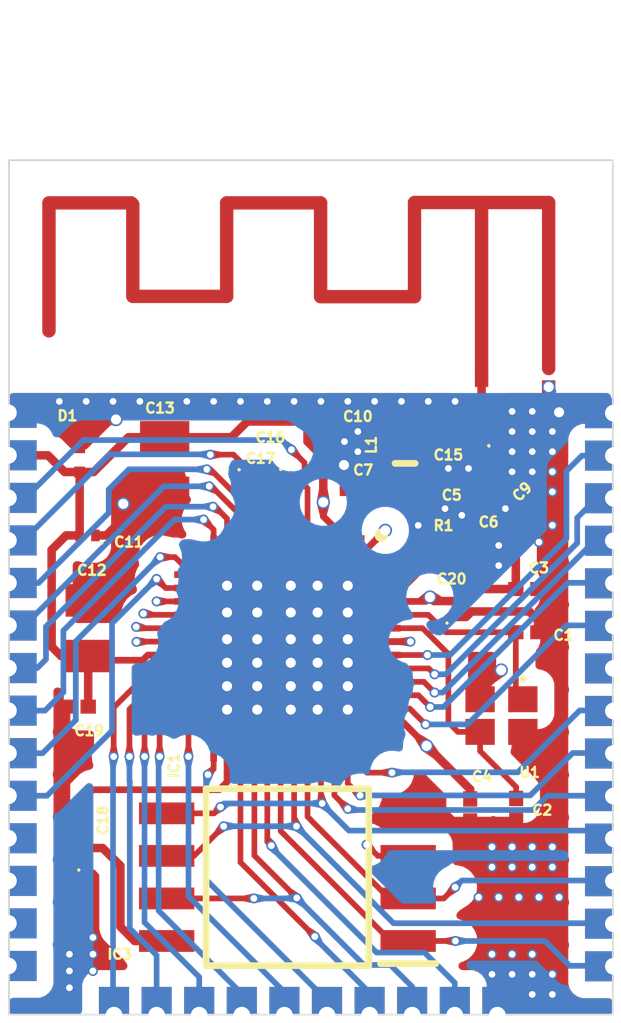
<source format=kicad_pcb>
(kicad_pcb (version 20240108) (generator "pcbnew") (generator_version "8.0")
  (layers (0 "F.Cu" signal) (1 "In1.Cu" power) (2 "In2.Cu" power) (31 "B.Cu" signal) (34 "B.Paste" user) (35 "F.Paste" user) (36 "B.SilkS" user "B.Silkscreen") (37 "F.SilkS" user "F.Silkscreen") (38 "B.Mask" user) (39 "F.Mask" user) (44 "Edge.Cuts" user))
  (net 0 "")
  (net 1 "Net-(IC1-XTAL_P)")
  (net 2 "GND")
  (net 3 "Net-(IC1-XTAL_N)")
  (net 4 "VDD33")
  (net 5 "VDD_SDIO")
  (net 6 "Net-(IC1-CAP1)")
  (net 7 "Net-(IC1-CAP2)")
  (net 8 "/SENSOR_VP")
  (net 9 "/RF")
  (net 10 "Net-(IC1-LNA_IN)")
  (net 11 "/SENSOR_VN")
  (net 12 "/SDO{slash}SD0")
  (net 13 "/SWP{slash}SD3")
  (net 14 "/SCS{slash}CMD")
  (net 15 "/SCK{slash}CLK")
  (net 16 "/SHD{slash}SD2")
  (net 17 "/SDI{slash}SD1")
  (net 18 "Net-(IC1-SENSOR_CAPP)")
  (net 19 "Net-(IC1-SENSOR_CAPN)")
  (net 20 "/U0RXD")
  (net 21 "/GPIO25")
  (net 22 "/GPIO33")
  (net 23 "/GPIO2")
  (net 24 "/GPIO13")
  (net 25 "/GPIO12")
  (net 26 "/GPIO35")
  (net 27 "/GPIO22")
  (net 28 "/GPIO21")
  (net 29 "/GPIO15")
  (net 30 "/GPIO18")
  (net 31 "/GPIO19")
  (net 32 "/GPIO14")
  (net 33 "/GPIO32")
  (net 34 "/GPIO27")
  (net 35 "/GPIO17")
  (net 36 "/GPIO23")
  (net 37 "/GPIO5")
  (net 38 "/GPIO0")
  (net 39 "/GPIO26")
  (net 40 "/GPIO34")
  (net 41 "/GPIO16")
  (net 42 "/U0TXD")
  (net 43 "/GPIO04")
  (net 44 "/CHIP_PU")
  (footprint "global footprint library:GRM033C81E104KE14D" (layer "F.Cu") (at 115.53 87.11)
    (property "Reference" "C19")
    (property "Value" "0.1uf" (hide yes))
  )
  (footprint "global footprint library:cas_hol_esp32_1" (layer "F.Cu") (at 113.48 78.34)
    (property "Reference" "a1" (hide yes))
    (property "Value" "~" (hide yes))
  )
  (footprint "global footprint library:GRM033R71E271KA01D" (layer "F.Cu") (at 120.833 80.27)
    (property "Reference" "C17")
    (property "Value" "270 pf" (hide yes))
  )
  (footprint "global footprint library:cas_hol_esp32_2" (layer "F.Cu") (at 121.71 95.05)
    (property "Reference" "a2" (hide yes))
    (property "Value" "~" (hide yes))
  )
  (footprint "global footprint library:cas_hol_esp32_3" (layer "F.Cu") (at 131.52 95.6 180)
    (property "Reference" "a3" (hide yes))
    (property "Value" "~" (hide yes))
  )
  (footprint "global footprint library:GRM033R60J105MEA2D" (layer "F.Cu") (at 115.81 91.567 90)
    (property "Reference" "C18")
    (property "Value" "1uf" (hide yes))
  )
  (footprint "global footprint library:ERJ-XGNJ203Y" (layer "F.Cu") (at 126.38 82.464 -90)
    (property "Reference" "R1")
    (property "Value" "20K" (hide yes))
  )
  (footprint "global footprint library:ESP32_ANT" (layer "F.Cu") (at 122.69 66.27)
    (property "Reference" "AE1" (hide yes))
    (property "Value" "ESP32_ANT" (hide yes))
  )
  (footprint "global footprint library:GRM022R60J332KE19L" (layer "F.Cu") (at 127.4 82.45 -90)
    (property "Reference" "C6")
    (property "Value" "3.3nf" (hide yes))
  )
  (footprint "global footprint library:GRM0335C1H101JA01D" (layer "F.Cu") (at 128.94 83.6 180)
    (property "Reference" "C3")
    (property "Value" "100PF" (hide yes))
  )
  (footprint "global footprint library:GRM033C81E104KE14D" (layer "F.Cu") (at 127.25 90.195 -90)
    (property "Reference" "C4")
    (property "Value" "0.1uf" (hide yes))
  )
  (footprint "global footprint library:GRM033R60J105MEA2D" (layer "F.Cu") (at 115.837 82 180)
    (property "Reference" "C11")
    (property "Value" "1uf" (hide yes))
  )
  (footprint "global footprint library:GRM033C81E104KE14D" (layer "F.Cu") (at 122.73 78.6 180)
    (property "Reference" "C10")
    (property "Value" "0.1uf" (hide yes))
  )
  (footprint "global footprint library:GRM21BR61E106KA73L" (layer "F.Cu") (at 115.92 84.77 -90)
    (property "Reference" "C12")
    (property "Value" "10uf" (hide yes))
  )
  (footprint "global footprint library:GRM0335C1H2R4BA01D" (layer "F.Cu") (at 127.363 79.04 180)
    (property "Reference" "C15")
    (property "Value" "2.4 pf" (hide yes))
  )
  (footprint "global footprint library:GRM0335C1H220JA01D" (layer "F.Cu") (at 128.62 90.18 -90)
    (property "Reference" "C2")
    (property "Value" "22PF" (hide yes))
  )
  (footprint "global footprint library:ESD3.3V88D-C" (layer "F.Cu") (at 115.605 79.3825 -90)
    (property "Reference" "D1")
    (property "Value" "~" (hide yes))
  )
  (footprint "global footprint library:GRM033R71E271KA01D" (layer "F.Cu") (at 122.073 80.26)
    (property "Reference" "C16")
    (property "Value" "270 pf" (hide yes))
  )
  (footprint "global footprint library:ABM11W-40.0000MHZ-4-B1U-T3" (layer "F.Cu") (at 128.182 87.377 180)
    (property "Reference" "U1")
    (property "Value" "40MHZ" (hide yes))
  )
  (footprint "global footprint library:AIMC-0603-2N7S-T" (layer "F.Cu") (at 125.31 79.85 -90)
    (property "Reference" "L1")
    (property "Value" "2.7nH" (hide yes))
  )
  (footprint "global footprint library:W25Q32JVSSIQ_TR" (layer "F.Cu") (at 121.8 92.2 180)
    (property "Reference" "IC3")
    (property "Value" "FLASH" (hide yes))
  )
  (footprint "global footprint library:GRM0335C1H220JA01D" (layer "F.Cu") (at 128.94 84.89 180)
    (property "Reference" "C1")
    (property "Value" "22PF" (hide yes))
  )
  (footprint "global footprint library:GRM033R60J105MEA2D" (layer "F.Cu") (at 126.79 84.197 90)
    (property "Reference" "C20")
    (property "Value" "1uf" (hide yes))
  )
  (footprint "global footprint library:MSASJ021SB5103KWNA01" (layer "F.Cu") (at 127.64 80.69)
    (property "Reference" "C5")
    (property "Value" "10nf" (hide yes))
  )
  (footprint "global footprint library:ESP32-D0WDQ6" (layer "F.Cu") (at 121.8 85.37 -90)
    (property "Reference" "IC1")
    (property "Value" "ESP32-D0WDQ6" (hide yes))
  )
  (footprint "global footprint library:GRM0335C1H3R9BA01D" (layer "F.Cu") (at 123.723 80.65)
    (property "Reference" "C7")
    (property "Value" "3.9 pf" (hide yes))
  )
  (footprint "global footprint library:GRM21BR61E106KA73L" (layer "F.Cu") (at 118.14 79.9 90)
    (property "Reference" "C13")
    (property "Value" "10uf" (hide yes))
  )
  (footprint "global footprint library:GRM033C81E104KE14D" (layer "F.Cu") (at 128.826655 81.563345 -135)
    (property "Reference" "C9")
    (property "Value" "0.1uf" (hide yes))
  )
  (gr_rect (start 113.5 70.8) (end 131.5 96.3) (stroke (width 0.05)) (fill none) (layer "Edge.Cuts"))
  (segment (start 124.75 84.37) (end 126 84.37) (width 0.17) (layer "F.Cu") (net 1))
  (segment (start 128.61 86.68) (end 128.82 86.89) (width 0.17) (layer "F.Cu") (net 1))
  (segment (start 128.61 84.89) (end 128.61 86.68) (width 0.17) (layer "F.Cu") (net 1))
  (segment (start 126.52 84.89) (end 128.61 84.89) (width 0.17) (layer "F.Cu") (net 1))
  (segment (start 126 84.37) (end 126.52 84.89) (width 0.17) (layer "F.Cu") (net 1))
  (segment (start 129.27 84.53) (end 129.27 84.89) (width 0.254) (layer "F.Cu") (net 2))
  (segment (start 123.486 79.9) (end 123.486 80.65) (width 0.254) (layer "F.Cu") (net 2))
  (segment (start 126.79 84.434) (end 127.128 84.434) (width 0.254) (layer "F.Cu") (net 2))
  (segment (start 115.33 91.804) (end 115.2 91.674) (width 0.254) (layer "F.Cu") (net 2))
  (segment (start 116.907053 81.057053) (end 116.907053 81.492947) (width 0.254) (layer "F.Cu") (net 2))
  (segment (start 115.605 78.825) (end 115.605 79.3825) (width 0.254) (layer "F.Cu") (net 2))
  (segment (start 115.81 91.804) (end 115.33 91.804) (width 0.254) (layer "F.Cu") (net 2))
  (segment (start 125.405 90.3) (end 125.4 90.295) (width 0.254) (layer "F.Cu") (net 2))
  (segment (start 127.545 86.650183) (end 127.545 86.89) (width 0.254) (layer "F.Cu") (net 2))
  (segment (start 127.25 90.525) (end 128.605 90.525) (width 0.254) (layer "F.Cu") (net 2))
  (segment (start 128.605 90.525) (end 128.62 90.51) (width 0.254) (layer "F.Cu") (net 2))
  (segment (start 127.882 80.69) (end 127.882 79.322) (width 0.254) (layer "F.Cu") (net 2))
  (segment (start 116.907053 81.492947) (end 116.4 82) (width 0.254) (layer "F.Cu") (net 2))
  (segment (start 128.175001 86.020182) (end 127.545 86.650183) (width 0.254) (layer "F.Cu") (net 2))
  (segment (start 115.2 91.674) (end 115.2 87.11) (width 0.254) (layer "F.Cu") (net 2))
  (segment (start 126.5 90.3) (end 125.405 90.3) (width 0.254) (layer "F.Cu") (net 2))
  (segment (start 126.725 90.525) (end 126.5 90.3) (width 0.254) (layer "F.Cu") (net 2))
  (segment (start 127.25 90.525) (end 126.725 90.525) (width 0.254) (layer "F.Cu") (net 2))
  (segment (start 116.69 78.54) (end 115.89 78.54) (width 0.254) (layer "F.Cu") (net 2))
  (segment (start 115.89 78.54) (end 115.605 78.825) (width 0.254) (layer "F.Cu") (net 2))
  (segment (start 127.882 79.322) (end 127.6 79.04) (width 0.254) (layer "F.Cu") (net 2))
  (segment (start 129.01 84.27) (end 129.27 84.53) (width 0.254) (layer "F.Cu") (net 2))
  (segment (start 123.486 80.65) (end 123.48 80.644) (width 0.254) (layer "F.Cu") (net 2))
  (segment (start 127.128 84.434) (end 127.292 84.27) (width 0.254) (layer "F.Cu") (net 2))
  (segment (start 127.292 84.27) (end 129.01 84.27) (width 0.254) (layer "F.Cu") (net 2))
  (segment (start 116.4 82) (end 116.074 82) (width 0.254) (layer "F.Cu") (net 2))
  (via (at 129.1 78.3) (size 0.3) (drill 0.2) (layers "F.Cu" "B.Cu") (net 2))
  (via (at 120.9 84.3) (size 0.4) (drill 0.3) (layers "F.Cu" "B.Cu") (net 2))
  (via (at 118.8 78) (size 0.3) (drill 0.2) (layers "F.Cu" "B.Cu") (net 2))
  (via (at 124.4 78) (size 0.3) (drill 0.2) (layers "F.Cu" "B.Cu") (net 2))
  (via (at 129.7 95.7) (size 0.3) (drill 0.2) (layers "F.Cu" "B.Cu") (net 2))
  (via (at 129.1 91.9) (size 0.3) (drill 0.2) (layers "F.Cu" "B.Cu") (net 2))
  (via (at 128.7 92.8) (size 0.3) (drill 0.2) (layers "F.Cu" "B.Cu") (net 2))
  (via (at 123.6 85.1) (size 0.4) (drill 0.3) (layers "F.Cu" "B.Cu") (net 2))
  (via (at 128.1 82.3) (size 0.3) (drill 0.2) (layers "F.Cu" "B.Cu") (net 2))
  (via (at 129.7 80.7) (size 0.3) (drill 0.2) (layers "F.Cu" "B.Cu") (net 2))
  (via (at 116 94) (size 0.3) (drill 0.2) (layers "F.Cu" "B.Cu") (net 2))
  (via (at 120 83.5) (size 0.4) (drill 0.3) (layers "F.Cu" "B.Cu") (net 2))
  (via (at 126.8 78) (size 0.3) (drill 0.2) (layers "F.Cu" "B.Cu") (net 2))
  (via (at 129.3 82.2) (size 0.3) (drill 0.2) (layers "F.Cu" "B.Cu") (net 2))
  (via (at 121.9 85.1) (size 0.4) (drill 0.3) (layers "F.Cu" "B.Cu") (net 2))
  (via (at 129.9 78.325) (size 0.4) (drill 0.3) (layers "F.Cu" "B.Cu") (net 2))
  (via (at 128.5 94.5) (size 0.3) (drill 0.2) (layers "F.Cu" "B.Cu") (net 2))
  (via (at 128.5 91.9) (size 0.3) (drill 0.2) (layers "F.Cu" "B.Cu") (net 2))
  (via (at 121.9 83.5) (size 0.4) (drill 0.3) (layers "F.Cu" "B.Cu") (net 2))
  (via (at 126.6 80) (size 0.3) (drill 0.2) (layers "F.Cu" "B.Cu") (net 2))
  (via (at 122 78) (size 0.3) (drill 0.2) (layers "F.Cu" "B.Cu") (net 2))
  (via (at 116.907053 81.057053) (size 0.4) (drill 0.3) (layers "F.Cu" "B.Cu") (net 2))
  (via (at 123.486 79.9) (size 0.4) (drill 0.3) (layers "F.Cu" "B.Cu") (net 2))
  (via (at 129.1 79.5) (size 0.3) (drill 0.2) (layers "F.Cu" "B.Cu") (net 2))
  (via (at 123.6 83.5) (size 0.4) (drill 0.3) (layers "F.Cu" "B.Cu") (net 2))
  (via (at 121.9 85.8) (size 0.4) (drill 0.3) (layers "F.Cu" "B.Cu") (net 2))
  (via (at 125.7 81.7) (size 0.3) (drill 0.2) (layers "F.Cu" "B.Cu") (net 2))
  (via (at 122.7 87.2) (size 0.4) (drill 0.3) (layers "F.Cu" "B.Cu") (net 2))
  (via (at 122.7 83.5) (size 0.4) (drill 0.3) (layers "F.Cu" "B.Cu") (net 2))
  (via (at 129.7 80.1) (size 0.3) (drill 0.2) (layers "F.Cu" "B.Cu") (net 2))
  (via (at 128.5 91.3) (size 0.3) (drill 0.2) (layers "F.Cu" "B.Cu") (net 2))
  (via (at 120.9 87.2) (size 0.4) (drill 0.3) (layers "F.Cu" "B.Cu") (net 2))
  (via (at 128.5 78.9) (size 0.3) (drill 0.2) (layers "F.Cu" "B.Cu") (net 2))
  (via (at 127.5 92.8) (size 0.3) (drill 0.2) (layers "F.Cu" "B.Cu") (net 2))
  (via (at 122.7 85.8) (size 0.4) (drill 0.3) (layers "F.Cu" "B.Cu") (net 2))
  (via (at 128.5 79.5) (size 0.3) (drill 0.2) (layers "F.Cu" "B.Cu") (net 2))
  (via (at 122.8 78) (size 0.3) (drill 0.2) (layers "F.Cu" "B.Cu") (net 2))
  (via (at 123.6 84.3) (size 0.4) (drill 0.3) (layers "F.Cu" "B.Cu") (net 2))
  (via (at 126.5 81.2) (size 0.3) (drill 0.2) (layers "F.Cu" "B.Cu") (net 2))
  (via (at 127.9 91.9) (size 0.3) (drill 0.2) (layers "F.Cu" "B.Cu") (net 2))
  (via (at 129.1 78.9) (size 0.3) (drill 0.2) (layers "F.Cu" "B.Cu") (net 2))
  (via (at 122.7 85.1) (size 0.4) (drill 0.3) (layers "F.Cu" "B.Cu") (net 2))
  (via (at 127 81.4) (size 0.3) (drill 0.2) (layers "F.Cu" "B.Cu") (net 2))
  (via (at 120 85.1) (size 0.4) (drill 0.3) (layers "F.Cu" "B.Cu") (net 2))
  (via (at 123.9 79.5) (size 0.3) (drill 0.2) (layers "F.Cu" "B.Cu") (net 2))
  (via (at 120.9 83.5) (size 0.4) (drill 0.3) (layers "F.Cu" "B.Cu") (net 2))
  (via (at 126 78) (size 0.3) (drill 0.2) (layers "F.Cu" "B.Cu") (net 2))
  (via (at 129.1 80.1) (size 0.3) (drill 0.2) (layers "F.Cu" "B.Cu") (net 2))
  (via (at 128.5 80.1) (size 0.3) (drill 0.2) (layers "F.Cu" "B.Cu") (net 2))
  (via (at 121.9 87.2) (size 0.4) (drill 0.3) (layers "F.Cu" "B.Cu") (net 2))
  (via (at 115.3 95.5) (size 0.3) (drill 0.2) (layers "F.Cu" "B.Cu") (net 2))
  (via (at 129.7 79.5) (size 0.3) (drill 0.2) (layers "F.Cu" "B.Cu") (net 2))
  (via (at 123.6 85.8) (size 0.4) (drill 0.3) (layers "F.Cu" "B.Cu") (net 2))
  (via (at 127.9 91.3) (size 0.3) (drill 0.2) (layers "F.Cu" "B.Cu") (net 2))
  (via (at 120.9 86.5) (size 0.4) (drill 0.3) (layers "F.Cu" "B.Cu") (net 2))
  (via (at 128.5 78.3) (size 0.3) (drill 0.2) (layers "F.Cu" "B.Cu") (net 2))
  (via (at 129.7 81.7) (size 0.3) (drill 0.2) (layers "F.Cu" "B.Cu") (net 2))
  (via (at 115.8 78) (size 0.3) (drill 0.2) (layers "F.Cu" "B.Cu") (net 2))
  (via (at 119.6 78) (size 0.3) (drill 0.2) (layers "F.Cu" "B.Cu") (net 2))
  (via (at 125.2 78) (size 0.3) (drill 0.2) (layers "F.Cu" "B.Cu") (net 2))
  (via (at 129.9 92.8) (size 0.3) (drill 0.2) (layers "F.Cu" "B.Cu") (net 2))
  (via (at 129.3 92.8) (size 0.3) (drill 0.2) (layers "F.Cu" "B.Cu") (net 2))
  (via (at 116 94.5) (size 0.3) (drill 0.2) (layers "F.Cu" "B.Cu") (net 2))
  (via (at 116 95) (size 0.3) (drill 0.2) (layers "F.Cu" "B.Cu") (net 2))
  (via (at 120 85.8) (size 0.4) (drill 0.3) (layers "F.Cu" "B.Cu") (net 2))
  (via (at 122.7 84.3) (size 0.4) (drill 0.3) (layers "F.Cu" "B.Cu") (net 2))
  (via (at 122.7 86.5) (size 0.4) (drill 0.3) (layers "F.Cu" "B.Cu") (net 2))
  (via (at 128.175001 86.020182) (size 0.4) (drill 0.3) (layers "F.Cu" "B.Cu") (net 2))
  (via (at 128.1 92.8) (size 0.3) (drill 0.2) (layers "F.Cu" "B.Cu") (net 2))
  (via (at 127.2 80) (size 0.3) (drill 0.2) (layers "F.Cu" "B.Cu") (net 2))
  (via (at 121.2 78) (size 0.3) (drill 0.2) (layers "F.Cu" "B.Cu") (net 2))
  (via (at 123.5 79.2) (size 0.3) (drill 0.2) (layers "F.Cu" "B.Cu") (net 2))
  (via (at 127.9 95.1) (size 0.3) (drill 0.2) (layers "F.Cu" "B.Cu") (net 2))
  (via (at 127.9 94.5) (size 0.3) (drill 0.2) (layers "F.Cu" "B.Cu") (net 2))
  (via (at 123.9 78.9) (size 0.3) (drill 0.2) (layers "F.Cu" "B.Cu") (net 2))
  (via (at 123.6 86.5) (size 0.4) (drill 0.3) (layers "F.Cu" "B.Cu") (net 2))
  (via (at 123.6 78) (size 0.3) (drill 0.2) (layers "F.Cu" "B.Cu") (net 2))
  (via (at 116.69 78.54) (size 0.4) (drill 0.3) (layers "F.Cu" "B.Cu") (net 2))
  (via (at 129.1 95.7) (size 0.3) (drill 0.2) (layers "F.Cu" "B.Cu") (net 2))
  (via (at 116.6 78) (size 0.3) (drill 0.2) (layers "F.Cu" "B.Cu") (net 2))
  (via (at 128.5 95.1) (size 0.3) (drill 0.2) (layers "F.Cu" "B.Cu") (net 2))
  (via (at 123.6 87.2) (size 0.4) (drill 0.3) (layers "F.Cu" "B.Cu") (net 2))
  (via (at 121.9 86.5) (size 0.4) (drill 0.3) (layers "F.Cu" "B.Cu") (net 2))
  (via (at 129.7 91.9) (size 0.3) (drill 0.2) (layers "F.Cu" "B.Cu") (net 2))
  (via (at 117.4 78) (size 0.3) (drill 0.2) (layers "F.Cu" "B.Cu") (net 2))
  (via (at 129.59 77.57) (size 0.4) (drill 0.3) (layers "F.Cu" "B.Cu") (net 2))
  (via (at 115.3 95) (size 0.3) (drill 0.2) (layers "F.Cu" "B.Cu") (net 2))
  (via (at 120.9 85.1) (size 0.4) (drill 0.3) (layers "F.Cu" "B.Cu") (net 2))
  (via (at 120 86.5) (size 0.4) (drill 0.3) (layers "F.Cu" "B.Cu") (net 2))
  (via (at 128.3 81.2) (size 0.3) (drill 0.2) (layers "F.Cu" "B.Cu") (net 2))
  (via (at 121.9 84.3) (size 0.4) (drill 0.3) (layers "F.Cu" "B.Cu") (net 2))
  (via (at 115.3 94.5) (size 0.3) (drill 0.2) (layers "F.Cu" "B.Cu") (net 2))
  (via (at 120.9 85.8) (size 0.4) (drill 0.3) (layers "F.Cu" "B.Cu") (net 2))
  (via (at 128.1 82.9) (size 0.3) (drill 0.2) (layers "F.Cu" "B.Cu") (net 2))
  (via (at 129.1 95.1) (size 0.3) (drill 0.2) (layers "F.Cu" "B.Cu") (net 2))
  (via (at 129.7 91.3) (size 0.3) (drill 0.2) (layers "F.Cu" "B.Cu") (net 2))
  (via (at 120 87.2) (size 0.4) (drill 0.3) (layers "F.Cu" "B.Cu") (net 2))
  (via (at 129.1 91.3) (size 0.3) (drill 0.2) (layers "F.Cu" "B.Cu") (net 2))
  (via (at 120.4 78) (size 0.3) (drill 0.2) (layers "F.Cu" "B.Cu") (net 2))
  (via (at 115 78) (size 0.3) (drill 0.2) (layers "F.Cu" "B.Cu") (net 2))
  (via (at 129.7 95.1) (size 0.3) (drill 0.2) (layers "F.Cu" "B.Cu") (net 2))
  (via (at 129.1 94.5) (size 0.3) (drill 0.2) (layers "F.Cu" "B.Cu") (net 2))
  (via (at 129.7 78.9) (size 0.3) (drill 0.2) (layers "F.Cu" "B.Cu") (net 2))
  (via (at 120 84.3) (size 0.4) (drill 0.3) (layers "F.Cu" "B.Cu") (net 2))
  (segment (start 129.715 77.695) (end 129.59 77.57) (width 0.2032) (layer "B.Cu") (net 2))
  (segment (start 126.6 87.58) (end 126.884 87.864) (width 0.17) (layer "F.Cu") (net 3))
  (segment (start 128.62 89.85) (end 128.62 89.51) (width 0.17) (layer "F.Cu") (net 3))
  (segment (start 126.6 85.54) (end 126.6 87.58) (width 0.17) (layer "F.Cu") (net 3))
  (segment (start 125.83 84.77) (end 126.6 85.54) (width 0.17) (layer "F.Cu") (net 3))
  (segment (start 128.62 89.51) (end 127.545 88.435) (width 0.17) (layer "F.Cu") (net 3))
  (segment (start 126.884 87.864) (end 127.545 87.864) (width 0.17) (layer "F.Cu") (net 3))
  (segment (start 127.545 88.435) (end 127.545 87.864) (width 0.17) (layer "F.Cu") (net 3))
  (segment (start 124.75 84.77) (end 125.83 84.77) (width 0.17) (layer "F.Cu") (net 3))
  (segment (start 128.61 83.6) (end 128.61 81.81338) (width 0.254) (layer "F.Cu") (net 4))
  (segment (start 120.6 78.6) (end 122.4 78.6) (width 0.254) (layer "F.Cu") (net 4))
  (segment (start 115.92 85.6) (end 116.045374 85.725374) (width 0.2) (layer "F.Cu") (net 4))
  (segment (start 126.78 83.97) (end 126.79 83.96) (width 0.2) (layer "F.Cu") (net 4))
  (segment (start 115.86 85.66) (end 115.92 85.6) (width 0.254) (layer "F.Cu") (net 4))
  (segment (start 118.85 85.57) (end 118.835 85.585) (width 0.17) (layer "F.Cu") (net 4))
  (segment (start 127.15 83.6) (end 128.61 83.6) (width 0.254) (layer "F.Cu") (net 4))
  (segment (start 120.13 79.07) (end 120.6 78.6) (width 0.254) (layer "F.Cu") (net 4))
  (segment (start 115.92 85.6) (end 115.05 85.6) (width 0.254) (layer "F.Cu") (net 4))
  (segment (start 115.605 80.1075) (end 116.0215 80.1075) (width 0.254) (layer "F.Cu") (net 4))
  (segment (start 128.61 81.81338) (end 128.59331 81.79669) (width 0.254) (layer "F.Cu") (net 4))
  (segment (start 123.2 82.42) (end 123.2 81.76) (width 0.2) (layer "F.Cu") (net 4))
  (segment (start 122.87 81.43) (end 122.87 81.01) (width 0.2) (layer "F.Cu") (net 4))
  (segment (start 116.045374 85.725374) (end 117.485374 85.725374) (width 0.2) (layer "F.Cu") (net 4))
  (segment (start 126.17 83.96) (end 126.05 83.84) (width 0.2) (layer "F.Cu") (net 4))
  (segment (start 125.92 83.97) (end 126.05 83.84) (width 0.2) (layer "F.Cu") (net 4))
  (segment (start 126.79 83.96) (end 127.15 83.6) (width 0.254) (layer "F.Cu") (net 4))
  (segment (start 124.75 85.17) (end 125.47 85.17) (width 0.2032) (layer "F.Cu") (net 4))
  (segment (start 122.4 78.6) (end 122.4 79.2) (width 0.254) (layer "F.Cu") (net 4))
  (segment (start 114.77 85.32) (end 114.77 82.43) (width 0.254) (layer "F.Cu") (net 4))
  (segment (start 118.14 79.07) (end 120.13 79.07) (width 0.254) (layer "F.Cu") (net 4))
  (segment (start 127.25 89.58) (end 125.95 88.28) (width 0.254) (layer "F.Cu") (net 4))
  (segment (start 115.86 87.11) (end 115.86 85.66) (width 0.254) (layer "F.Cu") (net 4))
  (segment (start 117.640748 85.57) (end 118.85 85.57) (width 0.2) (layer "F.Cu") (net 4))
  (segment (start 114.66 79.61) (end 113.47 79.61) (width 0.254) (layer "F.Cu") (net 4))
  (segment (start 115.605 81.995) (end 115.605 80.1075) (width 0.254) (layer "F.Cu") (net 4))
  (segment (start 114.77 82.43) (end 115.2 82) (width 0.254) (layer "F.Cu") (net 4))
  (segment (start 117.059 79.07) (end 118.14 79.07) (width 0.254) (layer "F.Cu") (net 4))
  (segment (start 116.0215 80.1075) (end 117.059 79.07) (width 0.254) (layer "F.Cu") (net 4))
  (segment (start 125.24 87.57) (end 125.95 88.28) (width 0.2032) (layer "F.Cu") (net 4))
  (segment (start 123.2 81.76) (end 122.87 81.43) (width 0.2) (layer "F.Cu") (net 4))
  (segment (start 127.25 89.865) (end 127.25 89.58) (width 0.254) (layer "F.Cu") (net 4))
  (segment (start 116 85.68) (end 115.92 85.6) (width 0.254) (layer "F.Cu") (net 4))
  (segment (start 115.1575 80.1075) (end 114.66 79.61) (width 0.254) (layer "F.Cu") (net 4))
  (segment (start 115.95 85.57) (end 115.92 85.6) (width 0.2) (layer "F.Cu") (net 4))
  (segment (start 115.6 82) (end 115.605 81.995) (width 0.254) (layer "F.Cu") (net 4))
  (segment (start 124.75 83.97) (end 125.92 83.97) (width 0.2) (layer "F.Cu") (net 4))
  (segment (start 126.79 83.96) (end 126.17 83.96) (width 0.254) (layer "F.Cu") (net 4))
  (segment (start 115.2 82) (end 115.6 82) (width 0.254) (layer "F.Cu") (net 4))
  (segment (start 123.2 82.42) (end 122.8 82.42) (width 0.2) (layer "F.Cu") (net 4))
  (segment (start 115.05 85.6) (end 114.77 85.32) (width 0.254) (layer "F.Cu") (net 4))
  (segment (start 124.75 87.57) (end 125.24 87.57) (width 0.2032) (layer "F.Cu") (net 4))
  (segment (start 122.87 79.67) (end 122.87 81.01) (width 0.254) (layer "F.Cu") (net 4))
  (segment (start 124.72 81.85) (end 124.15 82.42) (width 0.2032) (layer "F.Cu") (net 4))
  (segment (start 124.15 82.42) (end 124 82.42) (width 0.2032) (layer "F.Cu") (net 4))
  (segment (start 117.485374 85.725374) (end 117.640748 85.57) (width 0.2) (layer "F.Cu") (net 4))
  (segment (start 115.605 80.1075) (end 115.1575 80.1075) (width 0.254) (layer "F.Cu") (net 4))
  (segment (start 122.4 79.2) (end 122.87 79.67) (width 0.254) (layer "F.Cu") (net 4))
  (via (at 125.47 85.17) (size 0.3) (drill 0.2) (layers "F.Cu" "B.Cu") (net 4))
  (via (at 126.05 83.84) (size 0.4) (drill 0.3) (layers "F.Cu" "B.Cu") (net 4))
  (via (at 124.72 81.85) (size 0.4) (drill 0.3) (layers "F.Cu" "B.Cu") (net 4))
  (via (at 122.87 81.01) (size 0.4) (drill 0.3) (layers "F.Cu" "B.Cu") (net 4))
  (via (at 125.95 88.28) (size 0.4) (drill 0.3) (layers "F.Cu" "B.Cu") (net 4))
  (segment (start 120 88.32) (end 120 89.36) (width 0.2) (layer "F.Cu") (net 5))
  (segment (start 117.245 94.105) (end 118.2 94.105) (width 0.254) (layer "F.Cu") (net 5))
  (segment (start 120 89.36) (end 119.77 89.59) (width 0.2) (layer "F.Cu") (net 5))
  (segment (start 115.81 89.78) (end 115.81 91.33) (width 0.2) (layer "F.Cu") (net 5))
  (segment (start 119.77 89.59) (end 116 89.59) (width 0.2) (layer "F.Cu") (net 5))
  (segment (start 116.82 91.86) (end 116.82 93.68) (width 0.254) (layer "F.Cu") (net 5))
  (segment (start 116.29 91.33) (end 116.82 91.86) (width 0.254) (layer "F.Cu") (net 5))
  (segment (start 116 89.59) (end 115.81 89.78) (width 0.2) (layer "F.Cu") (net 5))
  (segment (start 116.82 93.68) (end 117.245 94.105) (width 0.254) (layer "F.Cu") (net 5))
  (segment (start 115.81 91.33) (end 116.29 91.33) (width 0.254) (layer "F.Cu") (net 5))
  (segment (start 127.4 80.692) (end 127.398 80.69) (width 0.17) (layer "F.Cu") (net 6))
  (segment (start 126.11674 82.26) (end 127.4 82.26) (width 0.17) (layer "F.Cu") (net 6))
  (segment (start 124.75 83.17) (end 125.20674 83.17) (width 0.17) (layer "F.Cu") (net 6))
  (segment (start 127.4 82.26) (end 127.4 80.692) (width 0.17) (layer "F.Cu") (net 6))
  (segment (start 125.20674 83.17) (end 126.11674 82.26) (width 0.17) (layer "F.Cu") (net 6))
  (segment (start 126.171288 82.658) (end 125.259288 83.57) (width 0.17) (layer "F.Cu") (net 7))
  (segment (start 126.38 82.658) (end 126.171288 82.658) (width 0.17) (layer "F.Cu") (net 7))
  (segment (start 125.259288 83.57) (end 124.75 83.57) (width 0.17) (layer "F.Cu") (net 7))
  (segment (start 126.38 82.658) (end 127.382 82.658) (width 0.17) (layer "F.Cu") (net 7))
  (segment (start 122.4 80.596741) (end 122.31 80.506741) (width 0.17) (layer "F.Cu") (net 8))
  (segment (start 122.31 79.83) (end 121.92 79.44) (width 0.17) (layer "F.Cu") (net 8))
  (segment (start 122.4 82.42) (end 122.4 80.596741) (width 0.17) (layer "F.Cu") (net 8))
  (segment (start 122.31 80.506741) (end 122.31 80.26) (width 0.17) (layer "F.Cu") (net 8))
  (segment (start 122.31 80.26) (end 122.31 79.83) (width 0.17) (layer "F.Cu") (net 8))
  (via (at 121.92 79.44) (size 0.3) (drill 0.2) (layers "F.Cu" "B.Cu") (net 8))
  (segment (start 121.635 79.155) (end 115.715 79.155) (width 0.17) (layer "B.Cu") (net 8))
  (segment (start 113.99 80.88) (end 113.47 80.88) (width 0.17) (layer "B.Cu") (net 8))
  (segment (start 121.92 79.44) (end 121.635 79.155) (width 0.17) (layer "B.Cu") (net 8))
  (segment (start 115.715 79.155) (end 113.99 80.88) (width 0.17) (layer "B.Cu") (net 8))
  (segment (start 127.116 79.05) (end 127.126 79.04) (width 0.2032) (layer "F.Cu") (net 9))
  (segment (start 129.59 72.065) (end 129.59 77.02) (width 0.4) (layer "F.Cu") (net 9))
  (segment (start 117.14 72.075) (end 114.69 72.075) (width 0.4) (layer "F.Cu") (net 9))
  (segment (start 117.19 72.125) (end 117.14 72.075) (width 0.4) (layer "F.Cu") (net 9))
  (segment (start 117.19 74.865) (end 117.19 72.125) (width 0.4) (layer "F.Cu") (net 9))
  (segment (start 125.59 72.065) (end 125.59 74.875) (width 0.4) (layer "F.Cu") (net 9))
  (segment (start 127.126 78.464) (end 127.59 78) (width 0.254) (layer "F.Cu") (net 9))
  (segment (start 122.79 74.875) (end 122.79 72.075) (width 0.4) (layer "F.Cu") (net 9))
  (segment (start 125.59 74.875) (end 122.79 74.875) (width 0.4) (layer "F.Cu") (net 9))
  (segment (start 119.99 74.865) (end 117.19 74.865) (width 0.4) (layer "F.Cu") (net 9))
  (segment (start 127.126 79.04) (end 127.126 78.464) (width 0.254) (layer "F.Cu") (net 9))
  (segment (start 122.79 72.075) (end 119.99 72.075) (width 0.4) (layer "F.Cu") (net 9))
  (segment (start 127.59 72.065) (end 129.59 72.065) (width 0.4) (layer "F.Cu") (net 9))
  (segment (start 114.69 72.075) (end 114.69 75.895) (width 0.4) (layer "F.Cu") (net 9))
  (segment (start 127.59 78) (end 127.59 77.37) (width 0.254) (layer "F.Cu") (net 9))
  (segment (start 127.59 77.37) (end 127.59 72.065) (width 0.4) (layer "F.Cu") (net 9))
  (segment (start 125.31 79.05) (end 127.116 79.05) (width 0.2032) (layer "F.Cu") (net 9))
  (segment (start 127.59 72.065) (end 125.59 72.065) (width 0.4) (layer "F.Cu") (net 9))
  (segment (start 119.99 72.075) (end 119.99 74.865) (width 0.4) (layer "F.Cu") (net 9))
  (segment (start 123.6 82.42) (end 123.6 81.406) (width 0.17) (layer "F.Cu") (net 10))
  (segment (start 123.96 80.65) (end 125.31 80.65) (width 0.17) (layer "F.Cu") (net 10))
  (segment (start 123.96 81.046) (end 123.96 80.65) (width 0.17) (layer "F.Cu") (net 10))
  (segment (start 123.6 81.406) (end 123.96 81.046) (width 0.17) (layer "F.Cu") (net 10))
  (segment (start 121.2 82.42) (end 121.2 81.27) (width 0.17) (layer "F.Cu") (net 11))
  (segment (start 120.596 80.666) (end 120.596 80.27) (width 0.17) (layer "F.Cu") (net 11))
  (segment (start 121.2 81.27) (end 120.596 80.666) (width 0.17) (layer "F.Cu") (net 11))
  (segment (start 119.5 79.59) (end 120.19 79.59) (width 0.17) (layer "F.Cu") (net 11))
  (segment (start 120.596 79.996) (end 120.596 80.27) (width 0.17) (layer "F.Cu") (net 11))
  (segment (start 120.19 79.59) (end 120.596 79.996) (width 0.17) (layer "F.Cu") (net 11))
  (via (at 119.5 79.59) (size 0.3) (drill 0.2) (layers "F.Cu" "B.Cu") (net 11))
  (segment (start 119.49 79.58) (end 116.5 79.58) (width 0.17) (layer "B.Cu") (net 11))
  (segment (start 119.5 79.59) (end 119.49 79.58) (width 0.17) (layer "B.Cu") (net 11))
  (segment (start 113.93 82.15) (end 113.47 82.15) (width 0.17) (layer "B.Cu") (net 11))
  (segment (start 116.5 79.58) (end 113.93 82.15) (width 0.17) (layer "B.Cu") (net 11))
  (segment (start 122.505 90.499817) (end 122.4 90.394817) (width 0.17) (layer "F.Cu") (net 12))
  (segment (start 122.4 90.394817) (end 122.4 88.32) (width 0.17) (layer "F.Cu") (net 12))
  (segment (start 126.465 92.835) (end 125.4 92.835) (width 0.17) (layer "F.Cu") (net 12))
  (segment (start 126.8 92.5) (end 126.465 92.835) (width 0.17) (layer "F.Cu") (net 12))
  (segment (start 125.4 92.835) (end 124.835 92.835) (width 0.17) (layer "F.Cu") (net 12))
  (segment (start 124.835 92.835) (end 122.505 90.505) (width 0.17) (layer "F.Cu") (net 12))
  (segment (start 122.505 90.505) (end 122.505 90.499817) (width 0.17) (layer "F.Cu") (net 12))
  (via (at 126.8 92.5) (size 0.3) (drill 0.2) (layers "F.Cu" "B.Cu") (net 12))
  (segment (start 131.51 92.3) (end 131.515 92.305) (width 0.17) (layer "B.Cu") (net 12))
  (segment (start 126.8 92.5) (end 127 92.3) (width 0.17) (layer "B.Cu") (net 12))
  (segment (start 127 92.3) (end 131.51 92.3) (width 0.17) (layer "B.Cu") (net 12))
  (segment (start 125.4 91.565) (end 125.425 91.59) (width 0.17) (layer "F.Cu") (net 13))
  (segment (start 121.32 91.259999) (end 121.2 91.139999) (width 0.17) (layer "F.Cu") (net 13))
  (segment (start 121.2 91.139999) (end 121.2 88.32) (width 0.17) (layer "F.Cu") (net 13))
  (segment (start 124.495 91.565) (end 125.4 91.565) (width 0.17) (layer "F.Cu") (net 13))
  (segment (start 121.320001 91.259999) (end 121.32 91.259999) (width 0.17) (layer "F.Cu") (net 13))
  (segment (start 126.78 96.31) (end 126.79 96.32) (width 0.17) (layer "F.Cu") (net 13))
  (segment (start 124.16 91.23) (end 124.495 91.565) (width 0.17) (layer "F.Cu") (net 13))
  (via (at 124.16 91.23) (size 0.3) (drill 0.2) (layers "F.Cu" "B.Cu") (net 13))
  (via (at 121.320001 91.259999) (size 0.3) (drill 0.2) (layers "F.Cu" "B.Cu") (net 13))
  (segment (start 126.79 95.35) (end 126.79 96.32) (width 0.17) (layer "B.Cu") (net 13))
  (segment (start 125.89 94.45) (end 126.79 95.35) (width 0.17) (layer "B.Cu") (net 13))
  (segment (start 124.46 94.45) (end 125.89 94.45) (width 0.17) (layer "B.Cu") (net 13))
  (segment (start 121.320001 91.259999) (end 121.320001 91.310001) (width 0.17) (layer "B.Cu") (net 13))
  (segment (start 121.320001 91.310001) (end 124.46 94.45) (width 0.17) (layer "B.Cu") (net 13))
  (segment (start 124.879817 94.105) (end 121.6 90.825183) (width 0.17) (layer "F.Cu") (net 14))
  (segment (start 121.6 90.825183) (end 121.6 88.32) (width 0.17) (layer "F.Cu") (net 14))
  (segment (start 125.4 94.105) (end 124.879817 94.105) (width 0.17) (layer "F.Cu") (net 14))
  (segment (start 126.81 94.105) (end 125.4 94.105) (width 0.17) (layer "F.Cu") (net 14))
  (via (at 126.81 94.105) (size 0.3) (drill 0.2) (layers "F.Cu" "B.Cu") (net 14))
  (segment (start 129.475 94.105) (end 130.215 94.845) (width 0.17) (layer "B.Cu") (net 14))
  (segment (start 126.81 94.105) (end 129.475 94.105) (width 0.17) (layer "B.Cu") (net 14))
  (segment (start 130.215 94.845) (end 131.515 94.845) (width 0.17) (layer "B.Cu") (net 14))
  (segment (start 119.9 90.68) (end 119.015 91.565) (width 0.17) (layer "F.Cu") (net 15))
  (segment (start 119.015 91.565) (end 118.2 91.565) (width 0.17) (layer "F.Cu") (net 15))
  (segment (start 122 90.61) (end 122 88.32) (width 0.17) (layer "F.Cu") (net 15))
  (segment (start 122.07 90.68) (end 122 90.61) (width 0.17) (layer "F.Cu") (net 15))
  (via (at 122.07 90.68) (size 0.3) (drill 0.2) (layers "F.Cu" "B.Cu") (net 15))
  (via (at 119.9 90.68) (size 0.3) (drill 0.2) (layers "F.Cu" "B.Cu") (net 15))
  (segment (start 124.965 93.575) (end 131.515 93.575) (width 0.17) (layer "B.Cu") (net 15))
  (segment (start 122.07 90.68) (end 124.965 93.575) (width 0.17) (layer "B.Cu") (net 15))
  (segment (start 119.9 90.68) (end 122.07 90.68) (width 0.17) (layer "B.Cu") (net 15))
  (segment (start 120.815 91.555) (end 120.815 88.335) (width 0.17) (layer "F.Cu") (net 16))
  (segment (start 122.08 92.82) (end 120.815 91.555) (width 0.17) (layer "F.Cu") (net 16))
  (segment (start 120.8 92.835) (end 118.2 92.835) (width 0.17) (layer "F.Cu") (net 16))
  (segment (start 120.815 88.335) (end 120.8 88.32) (width 0.17) (layer "F.Cu") (net 16))
  (via (at 120.8 92.835) (size 0.3) (drill 0.2) (layers "F.Cu" "B.Cu") (net 16))
  (via (at 122.08 92.82) (size 0.3) (drill 0.2) (layers "F.Cu" "B.Cu") (net 16))
  (segment (start 124.08 94.82) (end 124.87 94.82) (width 0.17) (layer "B.Cu") (net 16))
  (segment (start 122.065 92.835) (end 122.08 92.82) (width 0.17) (layer "B.Cu") (net 16))
  (segment (start 122.08 92.82) (end 124.08 94.82) (width 0.17) (layer "B.Cu") (net 16))
  (segment (start 124.87 94.82) (end 125.52 95.47) (width 0.17) (layer "B.Cu") (net 16))
  (segment (start 125.52 95.47) (end 125.52 96.32) (width 0.17) (layer "B.Cu") (net 16))
  (segment (start 120.8 92.835) (end 122.065 92.835) (width 0.17) (layer "B.Cu") (net 16))
  (segment (start 119.61433 90.295) (end 118.2 90.295) (width 0.17) (layer "F.Cu") (net 17))
  (segment (start 122.8 88.32) (end 122.8 89.965) (width 0.17) (layer "F.Cu") (net 17))
  (segment (start 122.8 89.965) (end 122.835 90) (width 0.17) (layer "F.Cu") (net 17))
  (segment (start 119.804665 90.104665) (end 119.61433 90.295) (width 0.17) (layer "F.Cu") (net 17))
  (via (at 122.835 90) (size 0.3) (drill 0.2) (layers "F.Cu" "B.Cu") (net 17))
  (via (at 119.804665 90.104665) (size 0.3) (drill 0.2) (layers "F.Cu" "B.Cu") (net 17))
  (segment (start 131.29 90.81) (end 131.515 91.035) (width 0.17) (layer "B.Cu") (net 17))
  (segment (start 122.835 90.010183) (end 123.634817 90.81) (width 0.17) (layer "B.Cu") (net 17))
  (segment (start 122.835 90) (end 122.835 90.010183) (width 0.17) (layer "B.Cu") (net 17))
  (segment (start 119.90933 90) (end 122.835 90) (width 0.17) (layer "B.Cu") (net 17))
  (segment (start 123.634817 90.81) (end 131.29 90.81) (width 0.17) (layer "B.Cu") (net 17))
  (segment (start 119.804665 90.104665) (end 119.90933 90) (width 0.17) (layer "B.Cu") (net 17))
  (segment (start 121.836 80.556) (end 121.836 80.26) (width 0.17) (layer "F.Cu") (net 18))
  (segment (start 122 80.72) (end 121.836 80.556) (width 0.17) (layer "F.Cu") (net 18))
  (segment (start 122 82.42) (end 122 80.72) (width 0.17) (layer "F.Cu") (net 18))
  (segment (start 121.6 81.14674) (end 121.07 80.61674) (width 0.17) (layer "F.Cu") (net 19))
  (segment (start 121.07 80.61674) (end 121.07 80.27) (width 0.17) (layer "F.Cu") (net 19))
  (segment (start 121.6 82.42) (end 121.6 81.14674) (width 0.17) (layer "F.Cu") (net 19))
  (segment (start 126.188 86.69) (end 125.868 86.37) (width 0.17) (layer "F.Cu") (net 20))
  (segment (start 125.868 86.37) (end 124.75 86.37) (width 0.17) (layer "F.Cu") (net 20))
  (via (at 126.188 86.69) (size 0.3) (drill 0.2) (layers "F.Cu" "B.Cu") (net 20))
  (segment (start 130.977269 82.145) (end 131.515 82.145) (width 0.17) (layer "B.Cu") (net 20))
  (segment (start 126.188 86.69) (end 126.432269 86.69) (width 0.17) (layer "B.Cu") (net 20))
  (segment (start 126.432269 86.69) (end 130.977269 82.145) (width 0.17) (layer "B.Cu") (net 20))
  (segment (start 117.9 83.3) (end 118.17 83.57) (width 0.17) (layer "F.Cu") (net 21))
  (segment (start 118.17 83.57) (end 118.85 83.57) (width 0.17) (layer "F.Cu") (net 21))
  (via (at 117.9 83.3) (size 0.3) (drill 0.2) (layers "F.Cu" "B.Cu") (net 21))
  (segment (start 116.57 84.624817) (end 116.57 87.83) (width 0.17) (layer "B.Cu") (net 21))
  (segment (start 117.894817 83.3) (end 116.57 84.624817) (width 0.17) (layer "B.Cu") (net 21))
  (segment (start 117.9 83.3) (end 117.894817 83.3) (width 0.17) (layer "B.Cu") (net 21))
  (segment (start 116.57 87.83) (end 114.63 89.77) (width 0.17) (layer "B.Cu") (net 21))
  (segment (start 114.63 89.77) (end 113.47 89.77) (width 0.17) (layer "B.Cu") (net 21))
  (segment (start 118.85 83.05) (end 118.85 83.17) (width 0.17) (layer "F.Cu") (net 22))
  (segment (start 118.447763 82.647763) (end 118.85 83.05) (width 0.17) (layer "F.Cu") (net 22))
  (segment (start 118.002237 82.647763) (end 118.447763 82.647763) (width 0.17) (layer "F.Cu") (net 22))
  (via (at 118.002237 82.647763) (size 0.3) (drill 0.2) (layers "F.Cu" "B.Cu") (net 22))
  (segment (start 115.49 87.51) (end 114.5 88.5) (width 0.17) (layer "B.Cu") (net 22))
  (segment (start 114.5 88.5) (end 113.47 88.5) (width 0.17) (layer "B.Cu") (net 22))
  (segment (start 115.49 85.16) (end 115.49 87.51) (width 0.17) (layer "B.Cu") (net 22))
  (segment (start 118.002237 82.647763) (end 115.49 85.16) (width 0.17) (layer "B.Cu") (net 22))
  (segment (start 117.540003 87.261737) (end 118.03174 86.77) (width 0.17) (layer "F.Cu") (net 23))
  (segment (start 117.540003 88.6) (end 117.540003 87.261737) (width 0.17) (layer "F.Cu") (net 23))
  (segment (start 118.03174 86.77) (end 118.85 86.77) (width 0.17) (layer "F.Cu") (net 23))
  (via (at 117.540003 88.6) (size 0.3) (drill 0.2) (layers "F.Cu" "B.Cu") (net 23))
  (segment (start 119.17 95.18) (end 119.17 96.32) (width 0.17) (layer "B.Cu") (net 23))
  (segment (start 117.54 88.600003) (end 117.54 93.55) (width 0.17) (layer "B.Cu") (net 23))
  (segment (start 117.54 93.55) (end 119.17 95.18) (width 0.17) (layer "B.Cu") (net 23))
  (segment (start 117.540003 88.6) (end 117.54 88.600003) (width 0.17) (layer "B.Cu") (net 23))
  (segment (start 116.62 87.13522) (end 117.78522 85.97) (width 0.17) (layer "F.Cu") (net 24))
  (segment (start 116.62 88.6) (end 116.62 87.13522) (width 0.17) (layer "F.Cu") (net 24))
  (segment (start 117.78522 85.97) (end 118.85 85.97) (width 0.17) (layer "F.Cu") (net 24))
  (via (at 116.62 88.6) (size 0.3) (drill 0.2) (layers "F.Cu" "B.Cu") (net 24))
  (segment (start 116.6 88.62) (end 116.6 96.29) (width 0.17) (layer "B.Cu") (net 24))
  (segment (start 116.62 88.6) (end 116.6 88.62) (width 0.17) (layer "B.Cu") (net 24))
  (segment (start 116.6 96.29) (end 116.63 96.32) (width 0.17) (layer "B.Cu") (net 24))
  (segment (start 117.307645 85.17) (end 118.85 85.17) (width 0.17) (layer "F.Cu") (net 25))
  (segment (start 117.300177 85.177468) (end 117.307645 85.17) (width 0.17) (layer "F.Cu") (net 25))
  (via (at 117.300177 85.177468) (size 0.3) (drill 0.2) (layers "F.Cu" "B.Cu") (net 25))
  (segment (start 120 81.5) (end 120 82.42) (width 0.17) (layer "F.Cu") (net 26))
  (segment (start 119.581506 81.142559) (end 119.642559 81.142559) (width 0.17) (layer "F.Cu") (net 26))
  (segment (start 119.642559 81.142559) (end 120 81.5) (width 0.17) (layer "F.Cu") (net 26))
  (via (at 119.581506 81.142559) (size 0.3) (drill 0.2) (layers "F.Cu" "B.Cu") (net 26))
  (segment (start 118.177441 81.142559) (end 114.6 84.72) (width 0.17) (layer "B.Cu") (net 26))
  (segment (start 114.6 85.7) (end 114.34 85.96) (width 0.17) (layer "B.Cu") (net 26))
  (segment (start 114.6 84.72) (end 114.6 85.7) (width 0.17) (layer "B.Cu") (net 26))
  (segment (start 119.581506 81.142559) (end 118.177441 81.142559) (width 0.17) (layer "B.Cu") (net 26))
  (segment (start 114.34 85.96) (end 113.47 85.96) (width 0.17) (layer "B.Cu") (net 26))
  (segment (start 126.056163 87.120257) (end 125.705906 86.77) (width 0.17) (layer "F.Cu") (net 27))
  (segment (start 125.705906 86.77) (end 124.75 86.77) (width 0.17) (layer "F.Cu") (net 27))
  (via (at 126.056163 87.120257) (size 0.3) (drill 0.2) (layers "F.Cu" "B.Cu") (net 27))
  (segment (start 126.056163 87.120257) (end 126.45456 87.120257) (width 0.17) (layer "B.Cu") (net 27))
  (segment (start 126.45456 87.120257) (end 130.159817 83.415) (width 0.17) (layer "B.Cu") (net 27))
  (segment (start 130.159817 83.415) (end 131.515 83.415) (width 0.17) (layer "B.Cu") (net 27))
  (segment (start 125.975485 85.57) (end 124.75 85.57) (width 0.17) (layer "F.Cu") (net 28))
  (segment (start 125.975506 85.569979) (end 125.975485 85.57) (width 0.17) (layer "F.Cu") (net 28))
  (via (at 125.975506 85.569979) (size 0.3) (drill 0.2) (layers "F.Cu" "B.Cu") (net 28))
  (segment (start 126.647194 85.569979) (end 130.12 82.097173) (width 0.17) (layer "B.Cu") (net 28))
  (segment (start 130.12 80.08) (end 130.58 79.62) (width 0.17) (layer "B.Cu") (net 28))
  (segment (start 130.58 79.62) (end 131.52 79.62) (width 0.17) (layer "B.Cu") (net 28))
  (segment (start 130.12 82.097173) (end 130.12 80.08) (width 0.17) (layer "B.Cu") (net 28))
  (segment (start 125.975506 85.569979) (end 126.647194 85.569979) (width 0.17) (layer "B.Cu") (net 28))
  (segment (start 117.90848 86.37) (end 118.85 86.37) (width 0.17) (layer "F.Cu") (net 29))
  (segment (start 117.09 88.6) (end 117.09 87.18848) (width 0.17) (layer "F.Cu") (net 29))
  (segment (start 117.09 87.18848) (end 117.90848 86.37) (width 0.17) (layer "F.Cu") (net 29))
  (via (at 117.09 88.6) (size 0.3) (drill 0.2) (layers "F.Cu" "B.Cu") (net 29))
  (segment (start 117.09 89.320183) (end 117.1 89.330183) (width 0.17) (layer "B.Cu") (net 29))
  (segment (start 117.09 88.6) (end 117.09 89.320183) (width 0.17) (layer "B.Cu") (net 29))
  (segment (start 117.9 94.53) (end 117.9 96.32) (width 0.17) (layer "B.Cu") (net 29))
  (segment (start 117.1 93.73) (end 117.9 94.53) (width 0.17) (layer "B.Cu") (net 29))
  (segment (start 117.1 89.330183) (end 117.1 93.73) (width 0.17) (layer "B.Cu") (net 29))
  (segment (start 123.6 88.32) (end 123.6 89.41) (width 0.17) (layer "F.Cu") (net 30))
  (segment (start 123.95 89.76) (end 123.97 89.76) (width 0.17) (layer "F.Cu") (net 30))
  (segment (start 123.6 89.41) (end 123.95 89.76) (width 0.17) (layer "F.Cu") (net 30))
  (via (at 123.97 89.76) (size 0.3) (drill 0.2) (layers "F.Cu" "B.Cu") (net 30))
  (segment (start 123.97 89.76) (end 129.04 89.76) (width 0.17) (layer "B.Cu") (net 30))
  (segment (start 129.04 89.76) (end 130.305 88.495) (width 0.17) (layer "B.Cu") (net 30))
  (segment (start 130.305 88.495) (end 131.515 88.495) (width 0.17) (layer "B.Cu") (net 30))
  (segment (start 125.92 87.64) (end 125.45 87.17) (width 0.17) (layer "F.Cu") (net 31))
  (segment (start 125.45 87.17) (end 124.75 87.17) (width 0.17) (layer "F.Cu") (net 31))
  (via (at 125.92 87.64) (size 0.3) (drill 0.2) (layers "F.Cu" "B.Cu") (net 31))
  (segment (start 128.610001 86.200365) (end 128.610001 86.189999) (width 0.17) (layer "B.Cu") (net 31))
  (segment (start 127.170366 87.64) (end 128.610001 86.200365) (width 0.17) (layer "B.Cu") (net 31))
  (segment (start 128.610001 86.189999) (end 130.115 84.685) (width 0.17) (layer "B.Cu") (net 31))
  (segment (start 130.115 84.685) (end 131.515 84.685) (width 0.17) (layer "B.Cu") (net 31))
  (segment (start 125.92 87.64) (end 127.170366 87.64) (width 0.17) (layer "B.Cu") (net 31))
  (segment (start 117.331894 84.77) (end 118.85 84.77) (width 0.17) (layer "F.Cu") (net 32))
  (segment (start 117.289486 84.727592) (end 117.331894 84.77) (width 0.17) (layer "F.Cu") (net 32))
  (via (at 117.289486 84.727592) (size 0.3) (drill 0.2) (layers "F.Cu" "B.Cu") (net 32))
  (segment (start 119.6 81.827559) (end 119.6 82.42) (width 0.17) (layer "F.Cu") (net 33))
  (segment (start 119.3 81.527559) (end 119.6 81.827559) (width 0.17) (layer "F.Cu") (net 33))
  (via (at 119.3 81.527559) (size 0.3) (drill 0.2) (layers "F.Cu" "B.Cu") (net 33))
  (segment (start 114.57 87.23) (end 113.47 87.23) (width 0.17) (layer "B.Cu") (net 33))
  (segment (start 115.12 86.68) (end 114.57 87.23) (width 0.17) (layer "B.Cu") (net 33))
  (segment (start 119.3 81.527559) (end 118.432441 81.527559) (width 0.17) (layer "B.Cu") (net 33))
  (segment (start 118.432441 81.527559) (end 115.12 84.84) (width 0.17) (layer "B.Cu") (net 33))
  (segment (start 115.12 84.84) (end 115.12 86.68) (width 0.17) (layer "B.Cu") (net 33))
  (segment (start 117.542836 84.37) (end 118.85 84.37) (width 0.17) (layer "F.Cu") (net 34))
  (segment (start 117.505858 84.333022) (end 117.542836 84.37) (width 0.17) (layer "F.Cu") (net 34))
  (via (at 117.505858 84.333022) (size 0.3) (drill 0.2) (layers "F.Cu" "B.Cu") (net 34))
  (segment (start 120.4 91.755184) (end 120.4 88.32) (width 0.17) (layer "F.Cu") (net 35))
  (segment (start 122.617408 93.972592) (end 120.4 91.755184) (width 0.17) (layer "F.Cu") (net 35))
  (via (at 122.617408 93.972592) (size 0.3) (drill 0.2) (layers "F.Cu" "B.Cu") (net 35))
  (segment (start 122.617408 94.017408) (end 124.25 95.65) (width 0.17) (layer "B.Cu") (net 35))
  (segment (start 124.25 95.65) (end 124.25 96.32) (width 0.17) (layer "B.Cu") (net 35))
  (segment (start 122.617408 93.972592) (end 122.617408 94.017408) (width 0.17) (layer "B.Cu") (net 35))
  (segment (start 124.92 89.08) (end 124.17 89.08) (width 0.17) (layer "F.Cu") (net 36))
  (segment (start 124.17 89.08) (end 124 88.91) (width 0.17) (layer "F.Cu") (net 36))
  (segment (start 124 88.91) (end 124 88.32) (width 0.17) (layer "F.Cu") (net 36))
  (via (at 124.92 89.08) (size 0.3) (drill 0.2) (layers "F.Cu" "B.Cu") (net 36))
  (segment (start 130.515 87.225) (end 131.515 87.225) (width 0.17) (layer "B.Cu") (net 36))
  (segment (start 124.93 89.07) (end 128.67 89.07) (width 0.17) (layer "B.Cu") (net 36))
  (segment (start 124.92 89.08) (end 124.93 89.07) (width 0.17) (layer "B.Cu") (net 36))
  (segment (start 128.67 89.07) (end 130.515 87.225) (width 0.17) (layer "B.Cu") (net 36))
  (segment (start 123.2 89.76) (end 123.6 90.16) (width 0.17) (layer "F.Cu") (net 37))
  (segment (start 123.2 88.32) (end 123.2 89.76) (width 0.17) (layer "F.Cu") (net 37))
  (via (at 123.6 90.16) (size 0.3) (drill 0.2) (layers "F.Cu" "B.Cu") (net 37))
  (segment (start 123.635 90.195) (end 129.12826 90.195) (width 0.17) (layer "B.Cu") (net 37))
  (segment (start 129.55326 89.77) (end 131.51 89.77) (width 0.17) (layer "B.Cu") (net 37))
  (segment (start 129.12826 90.195) (end 129.55326 89.77) (width 0.17) (layer "B.Cu") (net 37))
  (segment (start 123.6 90.16) (end 123.635 90.195) (width 0.17) (layer "B.Cu") (net 37))
  (segment (start 131.51 89.77) (end 131.515 89.765) (width 0.17) (layer "B.Cu") (net 37))
  (segment (start 117.990006 87.334994) (end 118.155 87.17) (width 0.17) (layer "F.Cu") (net 38))
  (segment (start 117.990006 88.6) (end 117.990006 87.334994) (width 0.17) (layer "F.Cu") (net 38))
  (segment (start 118.155 87.17) (end 118.85 87.17) (width 0.17) (layer "F.Cu") (net 38))
  (via (at 117.990006 88.6) (size 0.3) (drill 0.2) (layers "F.Cu" "B.Cu") (net 38))
  (segment (start 117.96 88.630006) (end 117.96 93.2) (width 0.17) (layer "B.Cu") (net 38))
  (segment (start 117.990006 88.6) (end 117.96 88.630006) (width 0.17) (layer "B.Cu") (net 38))
  (segment (start 120.44 95.68) (end 120.44 96.32) (width 0.17) (layer "B.Cu") (net 38))
  (segment (start 117.96 93.2) (end 120.44 95.68) (width 0.17) (layer "B.Cu") (net 38))
  (segment (start 117.9 83.97) (end 118.85 83.97) (width 0.17) (layer "F.Cu") (net 39))
  (via (at 117.9 83.97) (size 0.3) (drill 0.2) (layers "F.Cu" "B.Cu") (net 39))
  (segment (start 120.4 81.4) (end 120.4 82.42) (width 0.17) (layer "F.Cu") (net 40))
  (segment (start 119.533511 80.533511) (end 120.4 81.4) (width 0.17) (layer "F.Cu") (net 40))
  (segment (start 119.466489 80.533511) (end 119.533511 80.533511) (width 0.17) (layer "F.Cu") (net 40))
  (via (at 119.466489 80.533511) (size 0.3) (drill 0.2) (layers "F.Cu" "B.Cu") (net 40))
  (segment (start 118.116489 80.533511) (end 113.96 84.69) (width 0.17) (layer "B.Cu") (net 40))
  (segment (start 113.96 84.69) (end 113.47 84.69) (width 0.17) (layer "B.Cu") (net 40))
  (segment (start 119.466489 80.533511) (end 118.116489 80.533511) (width 0.17) (layer "B.Cu") (net 40))
  (segment (start 119.43 89.14) (end 119.6 88.97) (width 0.17) (layer "F.Cu") (net 41))
  (segment (start 119.6 88.97) (end 119.6 88.32) (width 0.17) (layer "F.Cu") (net 41))
  (via (at 119.43 89.14) (size 0.3) (drill 0.2) (layers "F.Cu" "B.Cu") (net 41))
  (segment (start 122.98 95.88) (end 122.98 96.32) (width 0.17) (layer "B.Cu") (net 41))
  (segment (start 119.43 89.14) (end 119.38 89.19) (width 0.17) (layer "B.Cu") (net 41))
  (segment (start 119.38 92.28) (end 122.98 95.88) (width 0.17) (layer "B.Cu") (net 41))
  (segment (start 119.38 89.19) (end 119.38 92.28) (width 0.17) (layer "B.Cu") (net 41))
  (segment (start 126.012471 85.97) (end 124.75 85.97) (width 0.17) (layer "F.Cu") (net 42))
  (segment (start 126.188 86.145529) (end 126.012471 85.97) (width 0.17) (layer "F.Cu") (net 42))
  (via (at 126.188 86.145529) (size 0.3) (drill 0.2) (layers "F.Cu" "B.Cu") (net 42))
  (segment (start 130.44 81.475) (end 131.04 80.875) (width 0.17) (layer "B.Cu") (net 42))
  (segment (start 131.04 80.875) (end 131.515 80.875) (width 0.17) (layer "B.Cu") (net 42))
  (segment (start 126.524192 86.145529) (end 130.44 82.229721) (width 0.17) (layer "B.Cu") (net 42))
  (segment (start 130.44 82.229721) (end 130.44 81.475) (width 0.17) (layer "B.Cu") (net 42))
  (segment (start 126.188 86.145529) (end 126.524192 86.145529) (width 0.17) (layer "B.Cu") (net 42))
  (segment (start 118.85 87.57) (end 118.85 88.6) (width 0.17) (layer "F.Cu") (net 43))
  (via (at 118.85 88.6) (size 0.3) (drill 0.2) (layers "F.Cu" "B.Cu") (net 43))
  (segment (start 118.85 92.77) (end 121.71 95.63) (width 0.17) (layer "B.Cu") (net 43))
  (segment (start 118.85 88.6) (end 118.85 92.77) (width 0.17) (layer "B.Cu") (net 43))
  (segment (start 121.71 95.63) (end 121.71 96.32) (width 0.17) (layer "B.Cu") (net 43))
  (segment (start 119.505174 80.027722) (end 120.8 81.322548) (width 0.17) (layer "F.Cu") (net 44))
  (segment (start 120.8 81.322548) (end 120.8 82.42) (width 0.17) (layer "F.Cu") (net 44))
  (segment (start 119.395591 80.027722) (end 119.505174 80.027722) (width 0.17) (layer "F.Cu") (net 44))
  (via (at 119.395591 80.027722) (size 0.3) (drill 0.2) (layers "F.Cu" "B.Cu") (net 44))
  (segment (start 116.472053 81.327947) (end 114.38 83.42) (width 0.17) (layer "B.Cu") (net 44))
  (segment (start 117.072278 80.027722) (end 116.472053 80.627947) (width 0.17) (layer "B.Cu") (net 44))
  (segment (start 119.395591 80.027722) (end 117.072278 80.027722) (width 0.17) (layer "B.Cu") (net 44))
  (segment (start 114.38 83.42) (end 113.47 83.42) (width 0.17) (layer "B.Cu") (net 44))
  (segment (start 116.472053 80.627947) (end 116.472053 81.327947) (width 0.17) (layer "B.Cu") (net 44))
  (zone (net 2) (net_name "GND") (layers "F.Cu" "In1.Cu" "B.Cu") (connect_pads yes (clearance 0.5)) (min_thickness 0.25) (fill yes (thermal_gap 0.5) (thermal_bridge_width 0.5))
    (polygon (pts (xy 113.45 77.75) (xy 131.45 77.75) (xy 131.5 96.3) (xy 113.5 96.3)))
  )
)
</source>
